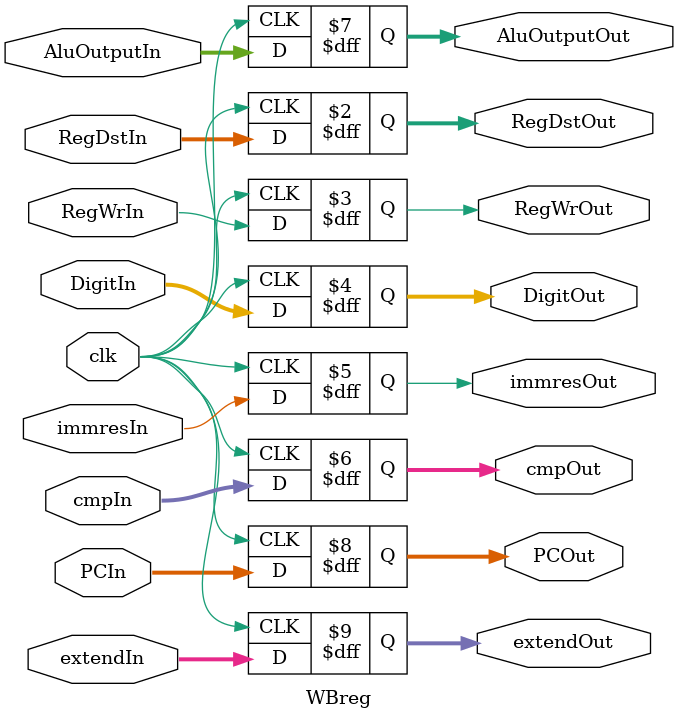
<source format=v>
module WBreg(
        input clk,            //时钟脉冲
        input [1:0] RegDstIn, //Rd输入数据来源
        input  RegWrIn,       //Rd写使能信号
        input [1:0] DigitIn,  //读写位数
        input  immresIn,      //rd是否选择imm直接作为数据
        input [1:0] cmpIn,
        input [31:0] AluOutputIn,
        input [31:0] PCIn,
        input [31:0] extendIn,

        output reg[1:0] RegDstOut, //Rd输入数据来源
        output reg RegWrOut,       //Rd写使能信号
        output reg[1:0] DigitOut,  //读写位数
        output reg immresOut,      //rd是否选择imm直接作为数据
        output reg [1:0] cmpOut,
        output reg [31:0] AluOutputOut,
        output reg [31:0] PCOut,
        output reg [31:0] extendOut
    );

    always @(negedge clk) begin
        RegDstOut <= RegDstIn;
        RegWrOut <= RegWrIn;
        DigitOut <= DigitIn;
        immresOut <= immresIn;
        cmpOut <= cmpIn;
        AluOutputOut <= AluOutputIn;
        PCOut <= PCIn;
        extendOut <= extendIn;
    end
endmodule
</source>
